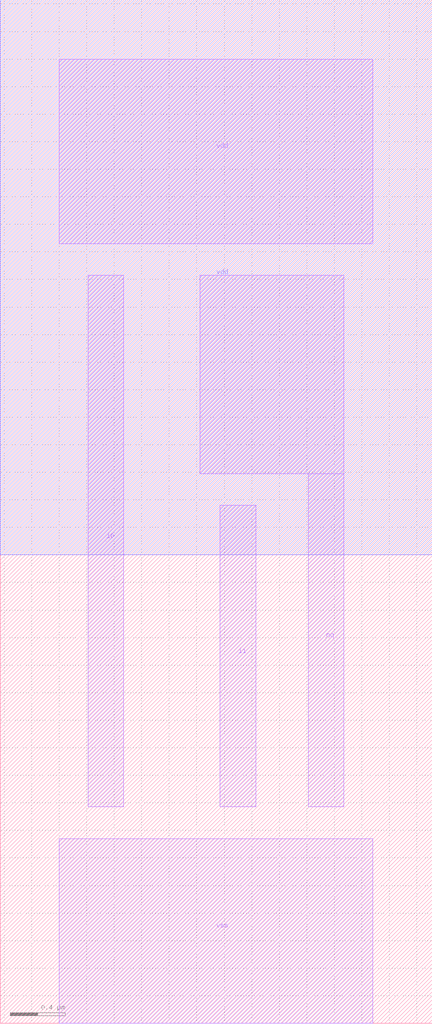
<source format=lef>
VERSION 5.7 ;
  NOWIREEXTENSIONATPIN ON ;
  DIVIDERCHAR "/" ;
  BUSBITCHARS "[]" ;
MACRO nand2_x1
  CLASS BLOCK ;
  FOREIGN nand2_x1 ;
  ORIGIN 0.430 0.000 ;
  SIZE 3.140 BY 7.430 ;
  PIN vss
    ANTENNADIFFAREA 1.545000 ;
    PORT
      LAYER Metal1 ;
        RECT 0.000 0.000 2.280 1.340 ;
    END
  END vss
  PIN vdd
    ANTENNADIFFAREA 2.546000 ;
    PORT
      LAYER Nwell ;
        RECT -0.430 3.400 2.710 7.430 ;
      LAYER Metal1 ;
        RECT 0.000 5.660 2.280 7.000 ;
    END
  END vdd
  PIN i0
    ANTENNAGATEAREA 1.106000 ;
    PORT
      LAYER Metal1 ;
        RECT 0.210 1.570 0.470 5.430 ;
    END
  END i0
  PIN nq
    ANTENNADIFFAREA 1.904000 ;
    PORT
      LAYER Metal1 ;
        RECT 1.025 3.990 2.070 5.430 ;
        RECT 1.810 1.570 2.070 3.990 ;
    END
  END nq
  PIN i1
    ANTENNAGATEAREA 1.106000 ;
    PORT
      LAYER Metal1 ;
        RECT 1.170 1.570 1.430 3.760 ;
    END
  END i1
END nand2_x1
END LIBRARY


</source>
